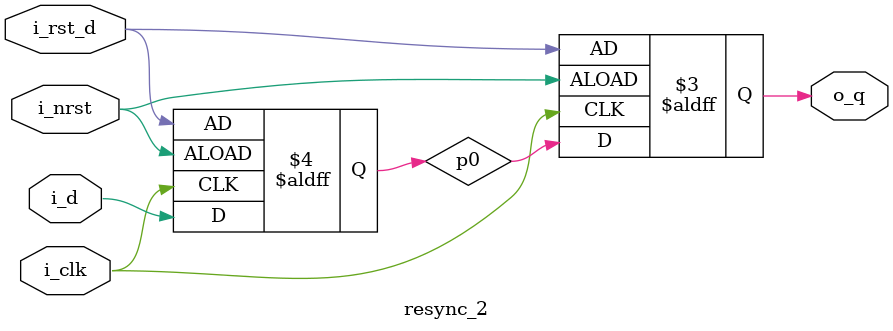
<source format=v>
`timescale 1ns/1ps
module resync_2(
	input				i_clk,
   input          i_nrst,
   input          i_rst_d,
   input          i_d,
   output   reg   o_q 
);
   reg   p0;

	always@(posedge i_clk or negedge i_nrst) begin
		if(!i_nrst) begin
         p0    <= i_rst_d;
         o_q   <= i_rst_d;
		end else begin
         o_q   <= p0;
         p0    <= i_d;
		end
	end
endmodule

</source>
